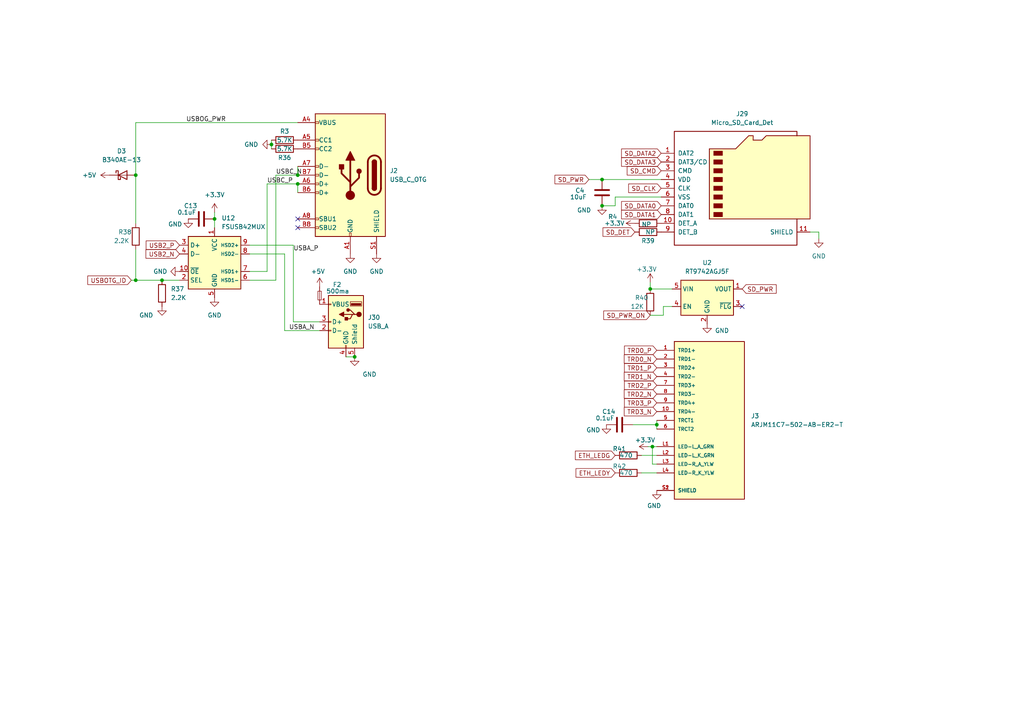
<source format=kicad_sch>
(kicad_sch (version 20211123) (generator eeschema)
  (paper "A4")
  (title_block (title "Pi CM4 16") (date "2022-09-03") (rev "v1") (company "Scott Hanson"))
  (lib_symbols
    (symbol "Connector:Micro_SD_Card_Det" (pin_names (offset 1.016))
      (property "Reference" "J" (at -16.51 17.78 0))
      (property "Value" "Micro_SD_Card_Det" (at 16.51 17.78 0))
      (symbol "Micro_SD_Card_Det_0_1"
        (rectangle (start -7.62 -6.985) (end -5.08 -8.255) (fill (type outline)))
        (rectangle (start -7.62 -4.445) (end -5.08 -5.715) (fill (type outline)))
        (rectangle (start -7.62 -1.905) (end -5.08 -3.175) (fill (type outline)))
        (rectangle (start -7.62 0.635) (end -5.08 -0.635) (fill (type outline)))
        (rectangle (start -7.62 3.175) (end -5.08 1.905) (fill (type outline)))
        (rectangle (start -7.62 5.715) (end -5.08 4.445) (fill (type outline)))
        (rectangle (start -7.62 8.255) (end -5.08 6.985) (fill (type outline)))
        (rectangle (start -7.62 10.795) (end -5.08 9.525) (fill (type outline)))
        (polyline (pts (xy 16.51 15.24) (xy 16.51 16.51) (xy -19.05 16.51) (xy -19.05 -16.51) (xy 16.51 -16.51) (xy 16.51 -8.89)) (stroke (width 0.254)))
        (polyline (pts (xy -8.89 -8.89) (xy -8.89 11.43) (xy -1.27 11.43) (xy 2.54 15.24) (xy 3.81 15.24) (xy 3.81 13.97) (xy 6.35 13.97) (xy 7.62 15.24) (xy 20.32 15.24) (xy 20.32 -8.89) (xy -8.89 -8.89)) (stroke (width 0.254)) (fill (type background)))
      )
      (symbol "Micro_SD_Card_Det_1_1"
        (pin bidirectional line (at -22.86 10.16 0) (length 3.81) (name "DAT2") (number "1"))
        (pin passive line (at -22.86 -10.16 0) (length 3.81) (name "DET_A") (number "10"))
        (pin passive line (at 20.32 -12.7 180) (length 3.81) (name "SHIELD") (number "11"))
        (pin bidirectional line (at -22.86 7.62 0) (length 3.81) (name "DAT3/CD") (number "2"))
        (pin input line (at -22.86 5.08 0) (length 3.81) (name "CMD") (number "3"))
        (pin power_in line (at -22.86 2.54 0) (length 3.81) (name "VDD") (number "4"))
        (pin input line (at -22.86 0 0) (length 3.81) (name "CLK") (number "5"))
        (pin power_in line (at -22.86 -2.54 0) (length 3.81) (name "VSS") (number "6"))
        (pin bidirectional line (at -22.86 -5.08 0) (length 3.81) (name "DAT0") (number "7"))
        (pin bidirectional line (at -22.86 -7.62 0) (length 3.81) (name "DAT1") (number "8"))
        (pin passive line (at -22.86 -12.7 0) (length 3.81) (name "DET_B") (number "9"))
      )
    )
    (symbol "Connector:USB_A" (pin_names (offset 1.016))
      (property "Reference" "J" (at -5.08 11.43 0))
      (property "Value" "USB_A" (at -5.08 8.89 0))
      (symbol "USB_A_0_1"
        (rectangle (start -5.08 -7.62) (end 5.08 7.62) (stroke (width 0.254)) (fill (type background)))
        (circle (center -3.81 2.159) (radius 0.635) (stroke (width 0.254)) (fill (type outline)))
        (rectangle (start -1.524 4.826) (end -4.318 5.334) (fill (type outline)))
        (rectangle (start -1.27 4.572) (end -4.572 5.842))
        (circle (center -0.635 3.429) (radius 0.381) (stroke (width 0.254)) (fill (type outline)))
        (rectangle (start -0.127 -7.62) (end 0.127 -6.858))
        (polyline (pts (xy -3.175 2.159) (xy -2.54 2.159) (xy -1.27 3.429) (xy -0.635 3.429)) (stroke (width 0.254)))
        (polyline (pts (xy -2.54 2.159) (xy -1.905 2.159) (xy -1.27 0.889) (xy 0 0.889)) (stroke (width 0.254)))
        (polyline (pts (xy 0.635 2.794) (xy 0.635 1.524) (xy 1.905 2.159) (xy 0.635 2.794)) (stroke (width 0.254)) (fill (type outline)))
        (rectangle (start 0.254 1.27) (end -0.508 0.508) (stroke (width 0.254)) (fill (type outline)))
        (rectangle (start 5.08 -2.667) (end 4.318 -2.413))
        (rectangle (start 5.08 -0.127) (end 4.318 0.127))
        (rectangle (start 5.08 4.953) (end 4.318 5.207))
      )
      (symbol "USB_A_1_1"
        (polyline (pts (xy -1.905 2.159) (xy 0.635 2.159)) (stroke (width 0.254)))
        (pin power_in line (at 7.62 5.08 180) (length 2.54) (name "VBUS") (number "1"))
        (pin bidirectional line (at 7.62 -2.54 180) (length 2.54) (name "D-") (number "2"))
        (pin bidirectional line (at 7.62 0 180) (length 2.54) (name "D+") (number "3"))
        (pin power_in line (at 0 -10.16 90) (length 2.54) (name "GND") (number "4"))
        (pin passive line (at -2.54 -10.16 90) (length 2.54) (name "Shield") (number "5"))
      )
    )
    (symbol "Connector:USB_C_Receptacle_USB2.0" (pin_names (offset 1.016))
      (property "Reference" "J" (at -10.16 19.05 0))
      (property "Value" "USB_C_Receptacle_USB2.0" (at 19.05 19.05 0))
      (symbol "USB_C_Receptacle_USB2.0_0_0"
        (rectangle (start -0.254 -17.78) (end 0.254 -16.764))
        (rectangle (start 10.16 -14.986) (end 9.144 -15.494))
        (rectangle (start 10.16 -12.446) (end 9.144 -12.954))
        (rectangle (start 10.16 -4.826) (end 9.144 -5.334))
        (rectangle (start 10.16 -2.286) (end 9.144 -2.794))
        (rectangle (start 10.16 0.254) (end 9.144 -0.254))
        (rectangle (start 10.16 2.794) (end 9.144 2.286))
        (rectangle (start 10.16 7.874) (end 9.144 7.366))
        (rectangle (start 10.16 10.414) (end 9.144 9.906))
        (rectangle (start 10.16 15.494) (end 9.144 14.986))
      )
      (symbol "USB_C_Receptacle_USB2.0_0_1"
        (rectangle (start -10.16 17.78) (end 10.16 -17.78) (stroke (width 0.254)) (fill (type background)))
        (arc (start -8.89 -3.81) (mid -6.985 -5.715) (end -5.08 -3.81) (stroke (width 0.508)))
        (arc (start -7.62 -3.81) (mid -6.985 -4.445) (end -6.35 -3.81) (stroke (width 0.254)))
        (arc (start -7.62 -3.81) (mid -6.985 -4.445) (end -6.35 -3.81) (stroke (width 0.254)) (fill (type outline)))
        (rectangle (start -7.62 -3.81) (end -6.35 3.81) (stroke (width 0.254)) (fill (type outline)))
        (arc (start -6.35 3.81) (mid -6.985 4.445) (end -7.62 3.81) (stroke (width 0.254)))
        (arc (start -6.35 3.81) (mid -6.985 4.445) (end -7.62 3.81) (stroke (width 0.254)) (fill (type outline)))
        (arc (start -5.08 3.81) (mid -6.985 5.715) (end -8.89 3.81) (stroke (width 0.508)))
        (circle (center -2.54 1.143) (radius 0.635) (stroke (width 0.254)) (fill (type outline)))
        (circle (center 0 -5.842) (radius 1.27) (fill (type outline)))
        (polyline (pts (xy -8.89 -3.81) (xy -8.89 3.81)) (stroke (width 0.508)))
        (polyline (pts (xy -5.08 3.81) (xy -5.08 -3.81)) (stroke (width 0.508)))
        (polyline (pts (xy 0 -5.842) (xy 0 4.318)) (stroke (width 0.508)))
        (polyline (pts (xy 0 -3.302) (xy -2.54 -0.762) (xy -2.54 0.508)) (stroke (width 0.508)))
        (polyline (pts (xy 0 -2.032) (xy 2.54 0.508) (xy 2.54 1.778)) (stroke (width 0.508)))
        (polyline (pts (xy -1.27 4.318) (xy 0 6.858) (xy 1.27 4.318) (xy -1.27 4.318)) (stroke (width 0.254)) (fill (type outline)))
        (rectangle (start 1.905 1.778) (end 3.175 3.048) (stroke (width 0.254)) (fill (type outline)))
      )
      (symbol "USB_C_Receptacle_USB2.0_1_1"
        (pin passive line (at 0 -22.86 90) (length 5.08) (name "GND") (number "A1"))
        (pin passive line (at 0 -22.86 90) (length 5.08) hide (name "GND") (number "A12"))
        (pin passive line (at 15.24 15.24 180) (length 5.08) (name "VBUS") (number "A4"))
        (pin bidirectional line (at 15.24 10.16 180) (length 5.08) (name "CC1") (number "A5"))
        (pin bidirectional line (at 15.24 -2.54 180) (length 5.08) (name "D+") (number "A6"))
        (pin bidirectional line (at 15.24 2.54 180) (length 5.08) (name "D-") (number "A7"))
        (pin bidirectional line (at 15.24 -12.7 180) (length 5.08) (name "SBU1") (number "A8"))
        (pin passive line (at 15.24 15.24 180) (length 5.08) hide (name "VBUS") (number "A9"))
        (pin passive line (at 0 -22.86 90) (length 5.08) hide (name "GND") (number "B1"))
        (pin passive line (at 0 -22.86 90) (length 5.08) hide (name "GND") (number "B12"))
        (pin passive line (at 15.24 15.24 180) (length 5.08) hide (name "VBUS") (number "B4"))
        (pin bidirectional line (at 15.24 7.62 180) (length 5.08) (name "CC2") (number "B5"))
        (pin bidirectional line (at 15.24 -5.08 180) (length 5.08) (name "D+") (number "B6"))
        (pin bidirectional line (at 15.24 0 180) (length 5.08) (name "D-") (number "B7"))
        (pin bidirectional line (at 15.24 -15.24 180) (length 5.08) (name "SBU2") (number "B8"))
        (pin passive line (at 15.24 15.24 180) (length 5.08) hide (name "VBUS") (number "B9"))
        (pin passive line (at -7.62 -22.86 90) (length 5.08) (name "SHIELD") (number "S1"))
      )
    )
    (symbol "Device:C" (pin_numbers hide) (pin_names (offset 0.254))
      (property "Reference" "C" (at 0.635 2.54 0))
      (property "Value" "C" (at 0.635 -2.54 0))
      (symbol "C_0_1"
        (polyline (pts (xy -2.032 -0.762) (xy 2.032 -0.762)) (stroke (width 0.508)))
        (polyline (pts (xy -2.032 0.762) (xy 2.032 0.762)) (stroke (width 0.508)))
      )
      (symbol "C_1_1"
        (pin passive line (at 0 3.81 270) (length 2.794) (name "~") (number "1"))
        (pin passive line (at 0 -3.81 90) (length 2.794) (name "~") (number "2"))
      )
    )
    (symbol "Device:D_Schottky" (pin_numbers hide) (pin_names (offset 1.016) hide)
      (property "Reference" "D" (at 0 2.54 0))
      (property "Value" "D_Schottky" (at 0 -2.54 0))
      (symbol "D_Schottky_0_1"
        (polyline (pts (xy 1.27 0) (xy -1.27 0)))
        (polyline (pts (xy 1.27 1.27) (xy 1.27 -1.27) (xy -1.27 0) (xy 1.27 1.27)) (stroke (width 0.254)))
        (polyline (pts (xy -1.905 0.635) (xy -1.905 1.27) (xy -1.27 1.27) (xy -1.27 -1.27) (xy -0.635 -1.27) (xy -0.635 -0.635)) (stroke (width 0.254)))
      )
      (symbol "D_Schottky_1_1"
        (pin passive line (at -3.81 0 0) (length 2.54) (name "K") (number "1"))
        (pin passive line (at 3.81 0 180) (length 2.54) (name "A") (number "2"))
      )
    )
    (symbol "Device:Fuse_Small" (pin_numbers hide) (pin_names (offset 0.254) hide)
      (property "Reference" "F" (at 0 -1.524 0))
      (property "Value" "Fuse_Small" (at 0 1.524 0))
      (symbol "Fuse_Small_0_1"
        (rectangle (start -1.27 0.508) (end 1.27 -0.508))
        (polyline (pts (xy -1.27 0) (xy 1.27 0)))
      )
      (symbol "Fuse_Small_1_1"
        (pin passive line (at -2.54 0 0) (length 1.27) (name "~") (number "1"))
        (pin passive line (at 2.54 0 180) (length 1.27) (name "~") (number "2"))
      )
    )
    (symbol "Device:R" (pin_numbers hide) (pin_names (offset 0))
      (property "Reference" "R" (at 2.032 0 90))
      (property "Value" "R" (at 0 0 90))
      (symbol "R_0_1"
        (rectangle (start -1.016 -2.54) (end 1.016 2.54) (stroke (width 0.254)))
      )
      (symbol "R_1_1"
        (pin passive line (at 0 3.81 270) (length 1.27) (name "~") (number "1"))
        (pin passive line (at 0 -3.81 90) (length 1.27) (name "~") (number "2"))
      )
    )
    (symbol "Interface_USB:FSUSB42MUX"
      (property "Reference" "U" (at -6.35 8.89 0))
      (property "Value" "FSUSB42MUX" (at 7.62 8.89 0))
      (symbol "FSUSB42MUX_0_1"
        (rectangle (start 7.62 7.62) (end -7.62 -7.62) (stroke (width 0.254)) (fill (type background)))
      )
      (symbol "FSUSB42MUX_1_1"
        (pin power_in line (at 0 10.16 270) (length 2.54) (name "VCC") (number "1"))
        (pin input line (at -10.16 -2.54 0) (length 2.54) (name "~{OE}") (number "10"))
        (pin input line (at -10.16 -5.08 0) (length 2.54) (name "SEL") (number "2"))
        (pin bidirectional line (at -10.16 5.08 0) (length 2.54) (name "D+") (number "3"))
        (pin bidirectional line (at -10.16 2.54 0) (length 2.54) (name "D-") (number "4"))
        (pin power_in line (at 0 -10.16 90) (length 2.54) (name "GND") (number "5"))
        (pin bidirectional line (at 10.16 -5.08 180) (length 2.54) (name "HSD1-") (number "6"))
        (pin bidirectional line (at 10.16 -2.54 180) (length 2.54) (name "HSD1+") (number "7"))
        (pin bidirectional line (at 10.16 2.54 180) (length 2.54) (name "HSD2-") (number "8"))
        (pin bidirectional line (at 10.16 5.08 180) (length 2.54) (name "HSD2+") (number "9"))
      )
    )
    (symbol "Power_Management:RT9742AGJ5F"
      (property "Reference" "U" (at 0 10.16 0))
      (property "Value" "RT9742AGJ5F" (at 0 7.62 0))
      (symbol "RT9742AGJ5F_0_1"
        (rectangle (start -7.62 5.08) (end 7.62 -5.08) (stroke (width 0.254)) (fill (type background)))
      )
      (symbol "RT9742AGJ5F_1_1"
        (pin power_out line (at 10.16 2.54 180) (length 2.54) (name "VOUT") (number "1"))
        (pin power_in line (at 0 -7.62 90) (length 2.54) (name "GND") (number "2"))
        (pin open_collector line (at 10.16 -2.54 180) (length 2.54) (name "~{FLG}") (number "3"))
        (pin input line (at -10.16 -2.54 0) (length 2.54) (name "EN") (number "4"))
        (pin power_in line (at -10.16 2.54 0) (length 2.54) (name "VIN") (number "5"))
      )
    )
    (symbol "Scotts:ARJM11C7-502-AB-ER2-T" (pin_names (offset 1.016))
      (property "Reference" "J" (at -10.16 23.622 0))
      (property "Value" "ARJM11C7-502-AB-ER2-T" (at -10.16 -25.4 0))
      (symbol "ARJM11C7-502-AB-ER2-T_0_0"
        (rectangle (start -10.16 -22.86) (end 10.16 22.86) (stroke (width 0.254)) (fill (type background)))
        (pin passive line (at -15.24 20.32 0) (length 5.08) (name "TRD1+") (number "1"))
        (pin passive line (at -15.24 2.54 0) (length 5.08) (name "TRD4-") (number "10"))
        (pin passive line (at -15.24 17.78 0) (length 5.08) (name "TRD1-") (number "2"))
        (pin passive line (at -15.24 15.24 0) (length 5.08) (name "TRD2+") (number "3"))
        (pin passive line (at -15.24 12.7 0) (length 5.08) (name "TRD2-") (number "4"))
        (pin passive line (at -15.24 0 0) (length 5.08) (name "TRCT1") (number "5"))
        (pin passive line (at -15.24 -2.54 0) (length 5.08) (name "TRCT2") (number "6"))
        (pin passive line (at -15.24 10.16 0) (length 5.08) (name "TRD3+") (number "7"))
        (pin passive line (at -15.24 7.62 0) (length 5.08) (name "TRD3-") (number "8"))
        (pin passive line (at -15.24 5.08 0) (length 5.08) (name "TRD4+") (number "9"))
        (pin passive line (at -15.24 -7.62 0) (length 5.08) (name "LED-L_A_GRN") (number "L1"))
        (pin passive line (at -15.24 -10.16 0) (length 5.08) (name "LED-L_K_GRN") (number "L2"))
        (pin passive line (at -15.24 -12.7 0) (length 5.08) (name "LED-R_A_YLW") (number "L3"))
        (pin passive line (at -15.24 -15.24 0) (length 5.08) (name "LED-R_K_YLW") (number "L4"))
        (pin passive line (at -15.24 -20.32 0) (length 5.08) (name "SHIELD") (number "S1"))
        (pin passive line (at -15.24 -20.32 0) (length 5.08) (name "SHIELD") (number "S2"))
      )
    )
    (symbol "power:+3.3V" (power) (pin_names (offset 0))
      (property "Value" "+3.3V" (at 0 3.556 0))
      (symbol "+3.3V_0_1"
        (polyline (pts (xy -0.762 1.27) (xy 0 2.54)))
        (polyline (pts (xy 0 0) (xy 0 2.54)))
        (polyline (pts (xy 0 2.54) (xy 0.762 1.27)))
      )
      (symbol "+3.3V_1_1"
        (pin power_in line (at 0 0 90) (length 0) hide (name "+3.3V") (number "1"))
      )
    )
    (symbol "power:+5V" (power) (pin_names (offset 0))
      (property "Value" "+5V" (at 0 3.556 0))
      (symbol "+5V_0_1"
        (polyline (pts (xy -0.762 1.27) (xy 0 2.54)))
        (polyline (pts (xy 0 0) (xy 0 2.54)))
        (polyline (pts (xy 0 2.54) (xy 0.762 1.27)))
      )
      (symbol "+5V_1_1"
        (pin power_in line (at 0 0 90) (length 0) hide (name "+5V") (number "1"))
      )
    )
    (symbol "power:GND" (power) (pin_names (offset 0))
      (property "Value" "GND" (at 0 -3.81 0))
      (symbol "GND_0_1"
        (polyline (pts (xy 0 0) (xy 0 -1.27) (xy 1.27 -1.27) (xy 0 -2.54) (xy -1.27 -1.27) (xy 0 -1.27)))
      )
      (symbol "GND_1_1"
        (pin power_in line (at 0 0 270) (length 0) hide (name "GND") (number "1"))
      )
    )
  )
  (junction (at 39.37 81.28))
  (junction (at 86.36 50.8))
  (junction (at 189.23 129.54))
  (junction (at 78.74 41.91))
  (junction (at 46.99 81.28))
  (junction (at 86.36 53.34))
  (junction (at 174.625 59.69))
  (junction (at 188.595 83.82))
  (junction (at 62.23 63.5))
  (junction (at 102.87 103.505))
  (junction (at 190.5 123.19))
  (junction (at 39.37 50.8))
  (junction (at 174.625 52.07))
  (no_connect (at 215.265 88.9))
  (no_connect (at 86.36 66.04))
  (no_connect (at 86.36 63.5))
  (wire (pts (xy 187.96 129.54) (xy 189.23 129.54)))
  (wire (pts (xy 183.515 123.19) (xy 190.5 123.19)))
  (wire (pts (xy 38.1 81.28) (xy 39.37 81.28)))
  (wire (pts (xy 82.55 73.66) (xy 82.55 95.885)))
  (wire (pts (xy 80.01 50.8) (xy 80.01 81.28)))
  (wire (pts (xy 190.5 121.92) (xy 190.5 123.19)))
  (wire (pts (xy 82.55 95.885) (xy 92.71 95.885)))
  (wire (pts (xy 85.09 93.345) (xy 85.09 71.12)))
  (wire (pts (xy 192.405 88.9) (xy 194.945 88.9)))
  (wire (pts (xy 189.23 129.54) (xy 190.5 129.54)))
  (wire (pts (xy 78.74 41.91) (xy 78.74 43.18)))
  (wire (pts (xy 189.23 134.62) (xy 190.5 134.62)))
  (wire (pts (xy 186.055 132.08) (xy 190.5 132.08)))
  (wire (pts (xy 190.5 123.19) (xy 190.5 124.46)))
  (wire (pts (xy 86.36 48.26) (xy 86.36 50.8)))
  (wire (pts (xy 77.47 78.74) (xy 72.39 78.74)))
  (wire (pts (xy 85.09 71.12) (xy 72.39 71.12)))
  (wire (pts (xy 191.77 57.15) (xy 178.435 57.15)))
  (wire (pts (xy 39.37 72.39) (xy 39.37 81.28)))
  (wire (pts (xy 186.055 137.16) (xy 190.5 137.16)))
  (wire (pts (xy 188.595 83.82) (xy 194.945 83.82)))
  (wire (pts (xy 46.99 81.28) (xy 52.07 81.28)))
  (wire (pts (xy 170.815 52.07) (xy 174.625 52.07)))
  (wire (pts (xy 39.37 35.56) (xy 39.37 50.8)))
  (wire (pts (xy 174.625 52.07) (xy 191.77 52.07)))
  (wire (pts (xy 92.71 93.345) (xy 85.09 93.345)))
  (wire (pts (xy 72.39 73.66) (xy 82.55 73.66)))
  (wire (pts (xy 80.01 81.28) (xy 72.39 81.28)))
  (wire (pts (xy 78.74 40.64) (xy 78.74 41.91)))
  (wire (pts (xy 39.37 50.8) (xy 39.37 64.77)))
  (wire (pts (xy 178.435 57.15) (xy 178.435 59.69)))
  (wire (pts (xy 86.36 53.34) (xy 77.47 53.34)))
  (wire (pts (xy 188.595 81.915) (xy 188.595 83.82)))
  (wire (pts (xy 62.23 63.5) (xy 62.23 66.04)))
  (wire (pts (xy 86.36 50.8) (xy 80.01 50.8)))
  (wire (pts (xy 39.37 81.28) (xy 46.99 81.28)))
  (wire (pts (xy 77.47 53.34) (xy 77.47 78.74)))
  (wire (pts (xy 86.36 35.56) (xy 39.37 35.56)))
  (wire (pts (xy 188.595 91.44) (xy 192.405 91.44)))
  (wire (pts (xy 237.49 67.31) (xy 237.49 69.215)))
  (wire (pts (xy 234.95 67.31) (xy 237.49 67.31)))
  (wire (pts (xy 192.405 91.44) (xy 192.405 88.9)))
  (wire (pts (xy 86.36 53.34) (xy 86.36 55.88)))
  (wire (pts (xy 100.33 103.505) (xy 102.87 103.505)))
  (wire (pts (xy 189.23 129.54) (xy 189.23 134.62)))
  (wire (pts (xy 62.23 61.595) (xy 62.23 63.5)))
  (wire (pts (xy 178.435 59.69) (xy 174.625 59.69)))
  (label "USBC_P" (at 77.47 53.34 0))
  (label "USBA_N" (at 83.82 95.885 0))
  (label "USBC_N" (at 80.01 50.8 0))
  (label "USBOG_PWR" (at 53.975 35.56 0))
  (label "USBA_P" (at 85.09 73.025 0))
  (global_label "TRD2_P" (shape input) (at 190.5 111.76 180) (property "Intersheet References" "${INTERSHEET_REFS}" (effects hide)))
  (global_label "SD_PWR" (shape input) (at 170.815 52.07 180) (property "Intersheet References" "${INTERSHEET_REFS}" (effects hide)))
  (global_label "SD_PWR" (shape input) (at 215.265 83.82 0) (property "Intersheet References" "${INTERSHEET_REFS}" (effects hide)))
  (global_label "SD_CMD" (shape input) (at 191.77 49.53 180) (property "Intersheet References" "${INTERSHEET_REFS}" (effects hide)))
  (global_label "TRD3_N" (shape input) (at 190.5 119.38 180) (property "Intersheet References" "${INTERSHEET_REFS}" (effects hide)))
  (global_label "TRD1_P" (shape input) (at 190.5 106.68 180) (property "Intersheet References" "${INTERSHEET_REFS}" (effects hide)))
  (global_label "TRD0_P" (shape input) (at 190.5 101.6 180) (property "Intersheet References" "${INTERSHEET_REFS}" (effects hide)))
  (global_label "ETH_LEDY" (shape input) (at 178.435 137.16 180) (property "Intersheet References" "${INTERSHEET_REFS}" (effects hide)))
  (global_label "SD_CLK" (shape input) (at 191.77 54.61 180) (property "Intersheet References" "${INTERSHEET_REFS}" (effects hide)))
  (global_label "USBOTG_ID" (shape input) (at 38.1 81.28 180) (property "Intersheet References" "${INTERSHEET_REFS}" (effects hide)))
  (global_label "SD_DATA0" (shape input) (at 191.77 59.69 180) (property "Intersheet References" "${INTERSHEET_REFS}" (effects hide)))
  (global_label "TRD2_N" (shape input) (at 190.5 114.3 180) (property "Intersheet References" "${INTERSHEET_REFS}" (effects hide)))
  (global_label "TRD0_N" (shape input) (at 190.5 104.14 180) (property "Intersheet References" "${INTERSHEET_REFS}" (effects hide)))
  (global_label "USB2_P" (shape input) (at 52.07 71.12 180) (property "Intersheet References" "${INTERSHEET_REFS}" (effects hide)))
  (global_label "SD_DATA3" (shape input) (at 191.77 46.99 180) (property "Intersheet References" "${INTERSHEET_REFS}" (effects hide)))
  (global_label "ETH_LEDG" (shape input) (at 178.435 132.08 180) (property "Intersheet References" "${INTERSHEET_REFS}" (effects hide)))
  (global_label "USB2_N" (shape input) (at 52.07 73.66 180) (property "Intersheet References" "${INTERSHEET_REFS}" (effects hide)))
  (global_label "SD_DET" (shape input) (at 184.15 67.31 180) (property "Intersheet References" "${INTERSHEET_REFS}" (effects hide)))
  (global_label "SD_DATA2" (shape input) (at 191.77 44.45 180) (property "Intersheet References" "${INTERSHEET_REFS}" (effects hide)))
  (global_label "TRD1_N" (shape input) (at 190.5 109.22 180) (property "Intersheet References" "${INTERSHEET_REFS}" (effects hide)))
  (global_label "SD_DATA1" (shape input) (at 191.77 62.23 180) (property "Intersheet References" "${INTERSHEET_REFS}" (effects hide)))
  (global_label "SD_PWR_ON" (shape input) (at 188.595 91.44 180) (property "Intersheet References" "${INTERSHEET_REFS}" (effects hide)))
  (global_label "TRD3_P" (shape input) (at 190.5 116.84 180) (property "Intersheet References" "${INTERSHEET_REFS}" (effects hide)))
  (symbol (lib_id "Device:R") (at 39.37 68.58 180) (unit 1)
    (property "Reference" "R38" (at 34.29 67.31 0) (effects (justify right)))
    (property "Value" "2.2K" (at 33.02 69.85 0) (effects (justify right)))
    (property "Footprint" "Resistor_SMD:R_0603_1608Metric_Pad0.98x0.95mm_HandSolder" (effects hide))
  )
  (symbol (lib_id "power:GND") (at 54.61 63.5 0) (unit 1)
    (property "Reference" "#PWR087" (effects hide))
    (property "Value" "GND" (at 50.8 65.024 0))
  )
  (symbol (lib_id "Device:R") (at 182.245 137.16 90) (unit 1)
    (property "Reference" "R42" (at 181.61 135.255 90) (effects (justify left)))
    (property "Value" "470" (at 183.515 137.16 90) (effects (justify left)))
    (property "Footprint" "Resistor_SMD:R_0603_1608Metric_Pad0.98x0.95mm_HandSolder" (effects hide))
  )
  (symbol (lib_id "power:GND") (at 190.5 142.24 0) (unit 1)
    (property "Reference" "#PWR097" (effects hide))
    (property "Value" "GND" (at 191.77 146.685 0) (effects (justify right)))
  )
  (symbol (lib_id "power:GND") (at 205.105 93.98 0) (unit 1)
    (property "Reference" "#PWR094" (effects hide))
    (property "Value" "GND" (at 211.455 95.885 0) (effects (justify right)))
  )
  (symbol (lib_id "Connector:USB_A") (at 100.33 93.345 0) (mirror y) (unit 1)
    (property "Reference" "J30" (at 106.68 92.0749 0) (effects (justify right)))
    (property "Value" "USB_A" (at 106.68 94.6149 0) (effects (justify right)))
    (property "Footprint" "Connector_USB:USB_A_Molex_105057_Vertical" (effects hide))
    (property "Datasheet" " ~" (effects hide))
  )
  (symbol (lib_id "Device:C") (at 58.42 63.5 270) (unit 1)
    (property "Reference" "C13" (at 53.34 59.69 90) (effects (justify left)))
    (property "Value" "0.1uF" (at 51.435 61.595 90) (effects (justify left)))
    (property "Footprint" "Capacitor_SMD:C_0603_1608Metric_Pad1.08x0.95mm_HandSolder" (effects hide))
    (property "Digi-Key_PN" "1276-1935-2-ND" (effects hide))
    (property "MPN" "CL10B104KB8NNWC" (effects hide))
    (property "LCSC" "C14663" (effects hide))
  )
  (symbol (lib_id "power:GND") (at 78.74 41.91 270) (unit 1)
    (property "Reference" "#PWR085" (effects hide))
    (property "Value" "GND" (at 74.93 41.9099 90) (effects (justify right)))
  )
  (symbol (lib_id "Device:R") (at 46.99 85.09 0) (unit 1)
    (property "Reference" "R37" (at 49.53 83.8199 0) (effects (justify left)))
    (property "Value" "2.2K" (at 49.53 86.3599 0) (effects (justify left)))
    (property "Footprint" "Resistor_SMD:R_0603_1608Metric_Pad0.98x0.95mm_HandSolder" (effects hide))
  )
  (symbol (lib_id "Device:R") (at 82.55 40.64 90) (unit 1)
    (property "Reference" "R3" (at 82.55 38.1 90))
    (property "Value" "5.7K" (at 82.55 40.64 90))
    (property "Footprint" "Resistor_SMD:R_0603_1608Metric_Pad0.98x0.95mm_HandSolder" (effects hide))
  )
  (symbol (lib_id "power:+3.3V") (at 62.23 61.595 0) (unit 1)
    (property "Reference" "#PWR076" (effects hide))
    (property "Value" "+3.3V" (at 62.23 56.515 0))
  )
  (symbol (lib_id "power:GND") (at 102.87 103.505 0) (unit 1)
    (property "Reference" "#PWR077" (effects hide))
    (property "Value" "GND" (at 109.22 108.585 0) (effects (justify right)))
  )
  (symbol (lib_id "Device:R") (at 82.55 43.18 90) (unit 1)
    (property "Reference" "R36" (at 82.55 45.72 90))
    (property "Value" "5.7K" (at 82.55 43.18 90))
    (property "Footprint" "Resistor_SMD:R_0603_1608Metric_Pad0.98x0.95mm_HandSolder" (effects hide))
  )
  (symbol (lib_id "Device:R") (at 182.245 132.08 90) (unit 1)
    (property "Reference" "R41" (at 181.61 130.175 90) (effects (justify left)))
    (property "Value" "470" (at 183.515 132.08 90) (effects (justify left)))
    (property "Footprint" "Resistor_SMD:R_0603_1608Metric_Pad0.98x0.95mm_HandSolder" (effects hide))
  )
  (symbol (lib_id "Scotts:ARJM11C7-502-AB-ER2-T") (at 205.74 121.92 0) (unit 1)
    (property "Reference" "J3" (at 217.805 120.6499 0) (effects (justify left)))
    (property "Value" "ARJM11C7-502-AB-ER2-T" (at 217.805 123.1899 0) (effects (justify left)))
    (property "Footprint" "ARJM11C7-502-AB-ER2-T:ABRACON_ARJM11C7-502-AB-ER2-T" (effects hide))
    (property "PARTREV" "04.22.2019" (effects hide))
    (property "MAXIMUM_PACKAGE_HEIGHT" "15.3mm" (effects hide))
    (property "STANDARD" "Manufacturer Recommendations" (effects hide))
    (property "MANUFACTURER" "Abracon" (effects hide))
  )
  (symbol (lib_id "power:GND") (at 62.23 86.36 0) (unit 1)
    (property "Reference" "#PWR080" (effects hide))
    (property "Value" "GND" (at 62.23 91.44 0))
  )
  (symbol (lib_id "Device:R") (at 187.96 67.31 90) (unit 1)
    (property "Reference" "R39" (at 187.96 69.85 90))
    (property "Value" "NP" (at 188.595 67.31 90))
    (property "Footprint" "Resistor_SMD:R_0603_1608Metric_Pad0.98x0.95mm_HandSolder" (effects hide))
  )
  (symbol (lib_id "power:+3.3V") (at 187.96 129.54 90) (unit 1)
    (property "Reference" "#PWR096" (effects hide))
    (property "Value" "+3.3V" (at 184.15 127.635 90) (effects (justify right)))
  )
  (symbol (lib_id "power:+3.3V") (at 188.595 81.915 0) (unit 1)
    (property "Reference" "#PWR092" (effects hide))
    (property "Value" "+3.3V" (at 190.5 78.105 0) (effects (justify right)))
  )
  (symbol (lib_id "Device:Fuse_Small") (at 92.71 85.725 270) (unit 1)
    (property "Reference" "F2" (at 96.52 82.55 90) (effects (justify left)))
    (property "Value" "500ma" (at 94.615 84.455 90) (effects (justify left)))
    (property "Footprint" "Fuse:Fuse_BelFuse_0ZRE0005FF_L8.3mm_W3.8mm" (effects hide))
  )
  (symbol (lib_id "power:GND") (at 237.49 69.215 0) (unit 1)
    (property "Reference" "#PWR089" (effects hide))
    (property "Value" "GND" (at 237.49 74.295 0))
  )
  (symbol (lib_id "power:GND") (at 101.6 73.66 0) (unit 1)
    (property "Reference" "#PWR090" (effects hide))
    (property "Value" "GND" (at 101.6 78.74 0))
  )
  (symbol (lib_id "power:+3.3V") (at 184.15 64.77 90) (unit 1)
    (property "Reference" "#PWR088" (effects hide))
    (property "Value" "+3.3V" (at 175.26 64.77 90) (effects (justify right)))
  )
  (symbol (lib_id "power:+5V") (at 31.75 50.8 90) (unit 1)
    (property "Reference" "#PWR082" (effects hide))
    (property "Value" "+5V" (at 27.94 50.7999 90) (effects (justify left)))
  )
  (symbol (lib_id "Connector:USB_C_Receptacle_USB2.0") (at 101.6 50.8 0) (mirror y) (unit 1)
    (property "Reference" "J2" (at 113.03 49.5299 0) (effects (justify right)))
    (property "Value" "USB_C_OTG" (at 113.03 52.0699 0) (effects (justify right)))
    (property "Footprint" "USB-C-Power:TYPE-C-31-M-12" (effects hide))
    (property "Datasheet" "https://www.usb.org/sites/default/files/documents/usb_type-c.zip" (effects hide))
  )
  (symbol (lib_id "power:+5V") (at 92.71 83.185 0) (unit 1)
    (property "Reference" "#PWR093" (effects hide))
    (property "Value" "+5V" (at 90.17 78.74 0) (effects (justify left)))
  )
  (symbol (lib_id "Interface_USB:FSUSB42MUX") (at 62.23 76.2 0) (unit 1)
    (property "Reference" "U12" (at 64.2494 63.246 0) (effects (justify left)))
    (property "Value" "FSUSB42MUX" (at 64.2494 65.786 0) (effects (justify left)))
    (property "Footprint" "Package_SO:MSOP-10_3x3mm_P0.5mm" (effects hide))
    (property "Datasheet" "https://www.onsemi.com/pub/Collateral/FSUSB42-D.PDF" (effects hide))
  )
  (symbol (lib_id "power:GND") (at 109.22 73.66 0) (unit 1)
    (property "Reference" "#PWR091" (effects hide))
    (property "Value" "GND" (at 109.22 78.74 0))
  )
  (symbol (lib_id "Device:C") (at 179.705 123.19 270) (unit 1)
    (property "Reference" "C14" (at 174.625 119.38 90) (effects (justify left)))
    (property "Value" "0.1uF" (at 172.72 121.285 90) (effects (justify left)))
    (property "Footprint" "Capacitor_SMD:C_0603_1608Metric_Pad1.08x0.95mm_HandSolder" (effects hide))
    (property "Digi-Key_PN" "1276-1935-2-ND" (effects hide))
    (property "MPN" "CL10B104KB8NNWC" (effects hide))
    (property "LCSC" "C14663" (effects hide))
  )
  (symbol (lib_id "Connector:Micro_SD_Card_Det") (at 214.63 54.61 0) (unit 1)
    (property "Reference" "J29" (at 215.265 33.02 0))
    (property "Value" "Micro_SD_Card_Det" (at 215.265 35.56 0))
    (property "Footprint" "Connector_Card:microSD_HC_Molex_104031-0811" (effects hide))
    (property "Datasheet" "https://www.hirose.com/product/en/download_file/key_name/DM3/category/Catalog/doc_file_id/49662/?file_category_id=4&item_id=195&is_series=1" (effects hide))
  )
  (symbol (lib_id "power:GND") (at 46.99 88.9 0) (unit 1)
    (property "Reference" "#PWR081" (effects hide))
    (property "Value" "GND" (at 44.45 91.44 0) (effects (justify right)))
  )
  (symbol (lib_id "Device:R") (at 187.96 64.77 90) (unit 1)
    (property "Reference" "R4" (at 179.07 62.865 90) (effects (justify left)))
    (property "Value" "NP" (at 188.9125 65.0875 90) (effects (justify left)))
    (property "Footprint" "Resistor_SMD:R_0603_1608Metric_Pad0.98x0.95mm_HandSolder" (effects hide))
  )
  (symbol (lib_id "Power_Management:RT9742AGJ5F") (at 205.105 86.36 0) (unit 1)
    (property "Reference" "U2" (at 205.105 76.2 0))
    (property "Value" "RT9742AGJ5F" (at 205.105 78.74 0))
    (property "Footprint" "Package_TO_SOT_SMD:TSOT-23-5" (effects hide))
    (property "Datasheet" "https://www.richtek.com/assets/product_file/RT9742/DS9742-10.pdf" (effects hide))
  )
  (symbol (lib_id "power:GND") (at 174.625 59.69 0) (unit 1)
    (property "Reference" "#PWR086" (effects hide))
    (property "Value" "GND" (at 171.45 60.96 0) (effects (justify right)))
  )
  (symbol (lib_id "Device:C") (at 174.625 55.88 180) (unit 1)
    (property "Reference" "C4" (at 169.545 55.245 0) (effects (justify left)))
    (property "Value" "10uF" (at 170.18 57.15 0) (effects (justify left)))
    (property "Footprint" "Capacitor_SMD:C_0603_1608Metric_Pad1.08x0.95mm_HandSolder" (effects hide))
  )
  (symbol (lib_id "power:GND") (at 52.07 78.74 270) (unit 1)
    (property "Reference" "#PWR078" (effects hide))
    (property "Value" "GND" (at 44.45 78.74 90) (effects (justify left)))
  )
  (symbol (lib_id "power:GND") (at 175.895 123.19 0) (unit 1)
    (property "Reference" "#PWR095" (effects hide))
    (property "Value" "GND" (at 172.085 124.714 0))
  )
  (symbol (lib_id "Device:D_Schottky") (at 35.56 50.8 0) (unit 1)
    (property "Reference" "D3" (at 35.2425 43.815 0))
    (property "Value" "B340AE-13" (at 35.2425 46.355 0))
    (property "Footprint" "Diode_SMD:D_SMA" (effects hide))
  )
  (symbol (lib_id "Device:R") (at 188.595 87.63 0) (unit 1)
    (property "Reference" "R40" (at 184.15 86.36 0) (effects (justify left)))
    (property "Value" "12K" (at 182.88 88.9 0) (effects (justify left)))
    (property "Footprint" "Resistor_SMD:R_0603_1608Metric_Pad0.98x0.95mm_HandSolder" (effects hide))
  )
)
</source>
